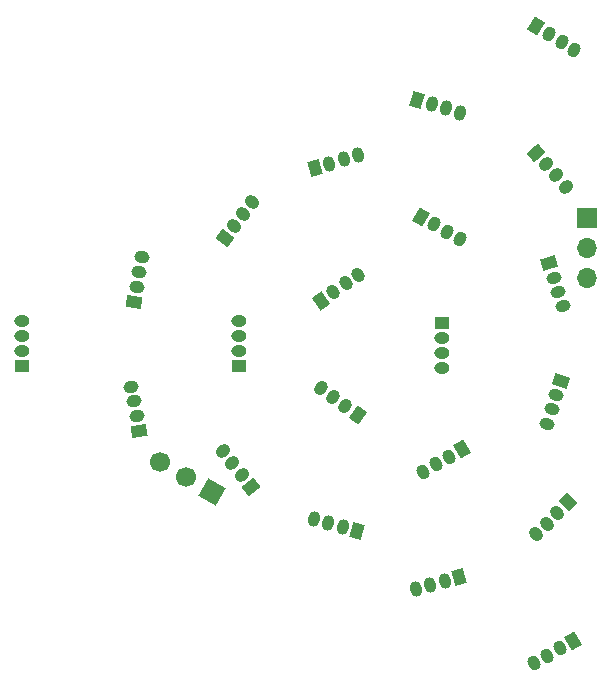
<source format=gbr>
%TF.GenerationSoftware,KiCad,Pcbnew,(6.0.2)*%
%TF.CreationDate,2022-03-26T22:50:30-07:00*%
%TF.ProjectId,triangle,74726961-6e67-46c6-952e-6b696361645f,rev?*%
%TF.SameCoordinates,Original*%
%TF.FileFunction,Soldermask,Bot*%
%TF.FilePolarity,Negative*%
%FSLAX46Y46*%
G04 Gerber Fmt 4.6, Leading zero omitted, Abs format (unit mm)*
G04 Created by KiCad (PCBNEW (6.0.2)) date 2022-03-26 22:50:30*
%MOMM*%
%LPD*%
G01*
G04 APERTURE LIST*
G04 Aperture macros list*
%AMHorizOval*
0 Thick line with rounded ends*
0 $1 width*
0 $2 $3 position (X,Y) of the first rounded end (center of the circle)*
0 $4 $5 position (X,Y) of the second rounded end (center of the circle)*
0 Add line between two ends*
20,1,$1,$2,$3,$4,$5,0*
0 Add two circle primitives to create the rounded ends*
1,1,$1,$2,$3*
1,1,$1,$4,$5*%
%AMRotRect*
0 Rectangle, with rotation*
0 The origin of the aperture is its center*
0 $1 length*
0 $2 width*
0 $3 Rotation angle, in degrees counterclockwise*
0 Add horizontal line*
21,1,$1,$2,0,0,$3*%
G04 Aperture macros list end*
%ADD10RotRect,1.700000X1.700000X240.000000*%
%ADD11HorizOval,1.700000X0.000000X0.000000X0.000000X0.000000X0*%
%ADD12R,1.700000X1.700000*%
%ADD13O,1.700000X1.700000*%
%ADD14RotRect,1.000000X1.300000X196.000000*%
%ADD15HorizOval,1.000000X-0.041346X0.144189X0.041346X-0.144189X0*%
%ADD16RotRect,1.000000X1.300000X252.000000*%
%ADD17HorizOval,1.000000X-0.142658X0.046353X0.142658X-0.046353X0*%
%ADD18RotRect,1.000000X1.300000X328.000000*%
%ADD19HorizOval,1.000000X-0.079488X-0.127207X0.079488X0.127207X0*%
%ADD20RotRect,1.000000X1.300000X100.000000*%
%ADD21HorizOval,1.000000X0.147721X0.026047X-0.147721X-0.026047X0*%
%ADD22RotRect,1.000000X1.300000X330.000000*%
%ADD23HorizOval,1.000000X-0.075000X-0.129904X0.075000X0.129904X0*%
%ADD24RotRect,1.000000X1.300000X128.000000*%
%ADD25HorizOval,1.000000X0.118202X0.092349X-0.118202X-0.092349X0*%
%ADD26R,1.300000X1.000000*%
%ADD27O,1.300000X1.000000*%
%ADD28RotRect,1.000000X1.300000X53.000000*%
%ADD29HorizOval,1.000000X-0.119795X0.090272X0.119795X-0.090272X0*%
%ADD30RotRect,1.000000X1.300000X343.000000*%
%ADD31HorizOval,1.000000X-0.043856X-0.143446X0.043856X0.143446X0*%
%ADD32RotRect,1.000000X1.300000X225.000000*%
%ADD33HorizOval,1.000000X-0.106066X0.106066X0.106066X-0.106066X0*%
%ADD34RotRect,1.000000X1.300000X81.000000*%
%ADD35HorizOval,1.000000X-0.148153X0.023465X0.148153X-0.023465X0*%
%ADD36RotRect,1.000000X1.300000X144.000000*%
%ADD37HorizOval,1.000000X0.088168X0.121353X-0.088168X-0.121353X0*%
%ADD38RotRect,1.000000X1.300000X210.000000*%
%ADD39HorizOval,1.000000X-0.075000X0.129904X0.075000X-0.129904X0*%
%ADD40HorizOval,1.000000X0.041346X0.144189X-0.041346X-0.144189X0*%
%ADD41RotRect,1.000000X1.300000X164.000000*%
%ADD42RotRect,1.000000X1.300000X16.000000*%
%ADD43RotRect,1.000000X1.300000X312.000000*%
%ADD44HorizOval,1.000000X-0.111472X-0.100370X0.111472X0.100370X0*%
%ADD45RotRect,1.000000X1.300000X287.000000*%
%ADD46HorizOval,1.000000X-0.143446X-0.043856X0.143446X0.043856X0*%
%ADD47RotRect,1.000000X1.300000X35.000000*%
%ADD48HorizOval,1.000000X-0.086036X0.122873X0.086036X-0.122873X0*%
G04 APERTURE END LIST*
D10*
%TO.C,J2*%
X128250000Y-96150000D03*
D11*
X126050295Y-94880000D03*
X123850591Y-93610000D03*
%TD*%
D12*
%TO.C,J1*%
X160050000Y-72900000D03*
D13*
X160050000Y-75440000D03*
X160050000Y-77980000D03*
%TD*%
D14*
%TO.C,D9*%
X149200000Y-103300000D03*
D15*
X147979197Y-103650059D03*
X146758395Y-104000119D03*
X145537592Y-104350178D03*
%TD*%
D16*
%TO.C,D12*%
X157800000Y-86700000D03*
D17*
X157407549Y-87907842D03*
X157015097Y-89115684D03*
X156622646Y-90323526D03*
%TD*%
D18*
%TO.C,D15*%
X155718936Y-56631008D03*
D19*
X156795957Y-57304005D03*
X157872979Y-57977003D03*
X158950000Y-58650000D03*
%TD*%
D20*
%TO.C,D21*%
X122100000Y-90950000D03*
D21*
X121879467Y-89699294D03*
X121658933Y-88448588D03*
X121438400Y-87197882D03*
%TD*%
D22*
%TO.C,D5*%
X146000444Y-72795000D03*
D23*
X147100296Y-73430000D03*
X148200148Y-74065000D03*
X149300000Y-74700000D03*
%TD*%
D24*
%TO.C,D7*%
X131550000Y-95650000D03*
D25*
X130768110Y-94649227D03*
X129986220Y-93648453D03*
X129204330Y-92647680D03*
%TD*%
D26*
%TO.C,D20*%
X112200000Y-85440000D03*
D27*
X112200000Y-84170000D03*
X112200000Y-82900000D03*
X112200000Y-81630000D03*
%TD*%
D28*
%TO.C,D18*%
X129400000Y-74600000D03*
D29*
X130164305Y-73585733D03*
X130928611Y-72571465D03*
X131692916Y-71557198D03*
%TD*%
D26*
%TO.C,D1*%
X147700000Y-81800000D03*
D27*
X147700000Y-83070000D03*
X147700000Y-84340000D03*
X147700000Y-85610000D03*
%TD*%
D26*
%TO.C,D6*%
X130550000Y-85440000D03*
D27*
X130550000Y-84170000D03*
X130550000Y-82900000D03*
X130550000Y-81630000D03*
%TD*%
D30*
%TO.C,D16*%
X145656478Y-62886064D03*
D31*
X146870985Y-63257376D03*
X148085493Y-63628688D03*
X149300000Y-64000000D03*
%TD*%
D32*
%TO.C,D11*%
X158400000Y-97000000D03*
D33*
X157501975Y-97898025D03*
X156603949Y-98796051D03*
X155705924Y-99694076D03*
%TD*%
D34*
%TO.C,D19*%
X121700000Y-80000000D03*
D35*
X121898672Y-78745636D03*
X122097344Y-77491272D03*
X122296016Y-76236908D03*
%TD*%
D36*
%TO.C,D3*%
X140591177Y-89569731D03*
D37*
X139563726Y-88823244D03*
X138536274Y-88076756D03*
X137508823Y-87330269D03*
%TD*%
D38*
%TO.C,D10*%
X158800000Y-108700000D03*
D39*
X157700148Y-109335000D03*
X156600296Y-109970000D03*
X155500444Y-110605000D03*
%TD*%
D40*
%TO.C,D8*%
X136887592Y-98399822D03*
X138108395Y-98749881D03*
X139329197Y-99099941D03*
D41*
X140550000Y-99450000D03*
%TD*%
D42*
%TO.C,D17*%
X136958395Y-68650119D03*
D15*
X138179198Y-68300060D03*
X139400000Y-67950000D03*
X140620803Y-67599941D03*
%TD*%
D43*
%TO.C,D14*%
X155700000Y-67425000D03*
D44*
X156549796Y-68368794D03*
X157399592Y-69312588D03*
X158249388Y-70256382D03*
%TD*%
D45*
%TO.C,D13*%
X156836064Y-76756478D03*
D46*
X157207376Y-77970985D03*
X157578688Y-79185493D03*
X157950000Y-80400000D03*
%TD*%
D47*
%TO.C,D2*%
X137500000Y-79900000D03*
D48*
X138540323Y-79171558D03*
X139580647Y-78443116D03*
X140620970Y-77714674D03*
%TD*%
D38*
%TO.C,D4*%
X149400000Y-92500000D03*
D39*
X148300148Y-93135000D03*
X147200296Y-93770000D03*
X146100444Y-94405000D03*
%TD*%
M02*

</source>
